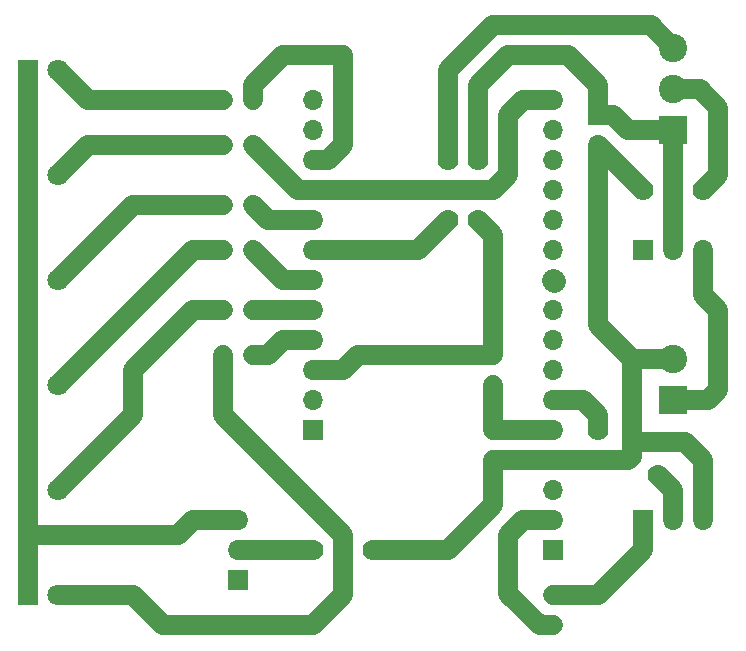
<source format=gbr>
G04 #@! TF.GenerationSoftware,KiCad,Pcbnew,5.1.5-52549c5~84~ubuntu18.04.1*
G04 #@! TF.CreationDate,2020-03-01T13:56:00-05:00*
G04 #@! TF.ProjectId,knuth-gateway,6b6e7574-682d-4676-9174-657761792e6b,rev?*
G04 #@! TF.SameCoordinates,Original*
G04 #@! TF.FileFunction,Copper,L2,Bot*
G04 #@! TF.FilePolarity,Positive*
%FSLAX46Y46*%
G04 Gerber Fmt 4.6, Leading zero omitted, Abs format (unit mm)*
G04 Created by KiCad (PCBNEW 5.1.5-52549c5~84~ubuntu18.04.1) date 2020-03-01 13:56:00*
%MOMM*%
%LPD*%
G04 APERTURE LIST*
%ADD10O,1.600000X1.600000*%
%ADD11C,1.600000*%
%ADD12O,1.700000X1.700000*%
%ADD13R,1.700000X1.700000*%
%ADD14R,2.400000X2.400000*%
%ADD15C,2.400000*%
%ADD16C,1.800000*%
%ADD17R,1.800000X1.800000*%
%ADD18C,1.778000*%
%ADD19C,1.700000*%
%ADD20C,1.905000*%
G04 APERTURE END LIST*
D10*
X49530000Y-54610000D03*
D11*
X49530000Y-57150000D03*
D12*
X22860000Y-48260000D03*
X22860000Y-50800000D03*
D13*
X22860000Y-53340000D03*
X57150000Y-48260000D03*
D12*
X59690000Y-48260000D03*
X62230000Y-48260000D03*
D14*
X59690000Y-38100000D03*
D15*
X59690000Y-34600000D03*
D10*
X44450000Y-43180000D03*
D11*
X44450000Y-40640000D03*
D10*
X44450000Y-36830000D03*
D11*
X44450000Y-34290000D03*
D10*
X21590000Y-12700000D03*
D11*
X24130000Y-12700000D03*
D10*
X21590000Y-16510000D03*
D11*
X24130000Y-16510000D03*
D10*
X21590000Y-21590000D03*
D11*
X24130000Y-21590000D03*
D10*
X21590000Y-25400000D03*
D11*
X24130000Y-25400000D03*
D10*
X21590000Y-34290000D03*
D11*
X24130000Y-34290000D03*
D10*
X21590000Y-30480000D03*
D11*
X24130000Y-30480000D03*
D13*
X49530000Y-50800000D03*
D12*
X49530000Y-48260000D03*
X49530000Y-45720000D03*
X49530000Y-43180000D03*
X49530000Y-40640000D03*
X49530000Y-38100000D03*
X49530000Y-35560000D03*
X49530000Y-33020000D03*
X49530000Y-30480000D03*
X49530000Y-27940000D03*
X49530000Y-25400000D03*
X49530000Y-22860000D03*
X49530000Y-20320000D03*
X49530000Y-17780000D03*
X49530000Y-15240000D03*
X49530000Y-12700000D03*
D13*
X29210000Y-40640000D03*
D12*
X29210000Y-38100000D03*
X29210000Y-35560000D03*
X29210000Y-33020000D03*
X29210000Y-30480000D03*
X29210000Y-27940000D03*
X29210000Y-25400000D03*
X29210000Y-22860000D03*
X29210000Y-20320000D03*
X29210000Y-17780000D03*
X29210000Y-15240000D03*
X29210000Y-12700000D03*
D16*
X7620000Y-54610000D03*
D17*
X5080000Y-54610000D03*
X5080000Y-45720000D03*
D16*
X7620000Y-45720000D03*
X7620000Y-36830000D03*
D17*
X5080000Y-36830000D03*
X5080000Y-27940000D03*
D16*
X7620000Y-27940000D03*
X7620000Y-19050000D03*
D17*
X5080000Y-19050000D03*
X5080000Y-10160000D03*
D16*
X7620000Y-10160000D03*
D12*
X53340000Y-16510000D03*
D13*
X53340000Y-13970000D03*
D15*
X59690000Y-8240000D03*
X59690000Y-11740000D03*
D14*
X59690000Y-15240000D03*
D13*
X57150000Y-25400000D03*
D12*
X59690000Y-25400000D03*
X62230000Y-25400000D03*
D18*
X62230000Y-20320000D03*
X57150000Y-20320000D03*
X34290000Y-50800000D03*
X29210000Y-50800000D03*
X40640000Y-22860000D03*
X40640000Y-17780000D03*
X43180000Y-22860000D03*
X43180000Y-17780000D03*
X58420000Y-44450000D03*
X53340000Y-40640000D03*
D19*
X49530000Y-43180000D02*
X55570000Y-43180000D01*
X61920000Y-11740000D02*
X59690000Y-11740000D01*
X63500000Y-13320000D02*
X61920000Y-11740000D01*
X63500000Y-19050000D02*
X62230000Y-20320000D01*
X63500000Y-13320000D02*
X63500000Y-19050000D01*
X56190000Y-34600000D02*
X59690000Y-34600000D01*
X56190000Y-42870000D02*
X55880000Y-43180000D01*
X55570000Y-43180000D02*
X55880000Y-43180000D01*
X49530000Y-43180000D02*
X44450000Y-43180000D01*
X44450000Y-43180000D02*
X44450000Y-46990000D01*
X44450000Y-46990000D02*
X40640000Y-50800000D01*
X40640000Y-50800000D02*
X34290000Y-50800000D01*
X22860000Y-50800000D02*
X29210000Y-50800000D01*
X56190000Y-41600000D02*
X60650000Y-41600000D01*
X56190000Y-41600000D02*
X56190000Y-42870000D01*
X56190000Y-34600000D02*
X56190000Y-41600000D01*
X53340000Y-31750000D02*
X56190000Y-34600000D01*
X53340000Y-16510000D02*
X57150000Y-20320000D01*
X53340000Y-16510000D02*
X53340000Y-31750000D01*
X62230000Y-47057919D02*
X62230000Y-48260000D01*
X62230000Y-43180000D02*
X62230000Y-47057919D01*
X60650000Y-41600000D02*
X62230000Y-43180000D01*
X57800000Y-6350000D02*
X59690000Y-8240000D01*
X44450000Y-6350000D02*
X57800000Y-6350000D01*
X44450000Y-6350000D02*
X43180000Y-7620000D01*
X43180000Y-7620000D02*
X40640000Y-10160000D01*
X40640000Y-10160000D02*
X40640000Y-17780000D01*
X38100000Y-25400000D02*
X40640000Y-22860000D01*
X29210000Y-25400000D02*
X38100000Y-25400000D01*
D20*
X49606200Y-28016200D02*
X49530000Y-27940000D01*
D19*
X29210000Y-30480000D02*
X25400000Y-30480000D01*
X25400000Y-30480000D02*
X24130000Y-30480000D01*
X27940000Y-20320000D02*
X24130000Y-16510000D01*
X29210000Y-20320000D02*
X27940000Y-20320000D01*
X39370000Y-20320000D02*
X29210000Y-20320000D01*
X45720000Y-13970000D02*
X45720000Y-19050000D01*
X44450000Y-20320000D02*
X39370000Y-20320000D01*
X49530000Y-12700000D02*
X46990000Y-12700000D01*
X45720000Y-19050000D02*
X44450000Y-20320000D01*
X46990000Y-12700000D02*
X45720000Y-13970000D01*
X63500000Y-37190000D02*
X62590000Y-38100000D01*
X63500000Y-30480000D02*
X63500000Y-37190000D01*
X62230000Y-29210000D02*
X63500000Y-30480000D01*
X62590000Y-38100000D02*
X59690000Y-38100000D01*
X62230000Y-25400000D02*
X62230000Y-29210000D01*
X29210000Y-33020000D02*
X26670000Y-33020000D01*
X25400000Y-34290000D02*
X24130000Y-34290000D01*
X26670000Y-33020000D02*
X25400000Y-34290000D01*
X26670000Y-27940000D02*
X24130000Y-25400000D01*
X29210000Y-27940000D02*
X26670000Y-27940000D01*
X25400000Y-22860000D02*
X24130000Y-21590000D01*
X29210000Y-22860000D02*
X25400000Y-22860000D01*
X24130000Y-11430000D02*
X24130000Y-12700000D01*
X26670000Y-8890000D02*
X24130000Y-11430000D01*
X26670000Y-8890000D02*
X31750000Y-8890000D01*
X30412081Y-17780000D02*
X31750000Y-16442081D01*
X29210000Y-17780000D02*
X30412081Y-17780000D01*
X31750000Y-16442081D02*
X31750000Y-8890000D01*
X31750000Y-35560000D02*
X29210000Y-35560000D01*
X59690000Y-15240000D02*
X59690000Y-25400000D01*
X33020000Y-34290000D02*
X31750000Y-35560000D01*
X44450000Y-34290000D02*
X33020000Y-34290000D01*
X44450000Y-34290000D02*
X44450000Y-24130000D01*
X44450000Y-24130000D02*
X43180000Y-22860000D01*
X53340000Y-11420000D02*
X53330000Y-11420000D01*
X53330000Y-11420000D02*
X52709990Y-10799990D01*
X52709990Y-10799990D02*
X50800000Y-8890000D01*
X50800000Y-8890000D02*
X45720000Y-8890000D01*
X45720000Y-8890000D02*
X43180000Y-11430000D01*
X43180000Y-11430000D02*
X43180000Y-17780000D01*
X55880000Y-15240000D02*
X54610000Y-13970000D01*
X59690000Y-15240000D02*
X55880000Y-15240000D01*
X54610000Y-13970000D02*
X53340000Y-13970000D01*
X53340000Y-13970000D02*
X53340000Y-11420000D01*
X48398630Y-57150000D02*
X45720000Y-54471370D01*
X49530000Y-57150000D02*
X48398630Y-57150000D01*
X45720000Y-54471370D02*
X45720000Y-49530000D01*
X46990000Y-48260000D02*
X49530000Y-48260000D01*
X45720000Y-49530000D02*
X46990000Y-48260000D01*
X49530000Y-40640000D02*
X44450000Y-40640000D01*
X44450000Y-40640000D02*
X44450000Y-36830000D01*
X49530000Y-38100000D02*
X52070000Y-38100000D01*
X52070000Y-38100000D02*
X53340000Y-39370000D01*
X53340000Y-39370000D02*
X53340000Y-40640000D01*
X59690000Y-45720000D02*
X58420000Y-44450000D01*
X59690000Y-48260000D02*
X59690000Y-45720000D01*
X13970000Y-54610000D02*
X16510000Y-57150000D01*
X7620000Y-54610000D02*
X13970000Y-54610000D01*
X29210000Y-57150000D02*
X31750000Y-54610000D01*
X16510000Y-57150000D02*
X29210000Y-57150000D01*
X21590000Y-39370000D02*
X21590000Y-34290000D01*
X31750000Y-54610000D02*
X31750000Y-49530000D01*
X31750000Y-49530000D02*
X21590000Y-39370000D01*
X21590000Y-30480000D02*
X19050000Y-30480000D01*
X7620000Y-45720000D02*
X13970000Y-39370000D01*
X13970000Y-35560000D02*
X19050000Y-30480000D01*
X13970000Y-39370000D02*
X13970000Y-35560000D01*
X21590000Y-25400000D02*
X19050000Y-25400000D01*
X19050000Y-25400000D02*
X7620000Y-36830000D01*
X13970000Y-21590000D02*
X7620000Y-27940000D01*
X21590000Y-21590000D02*
X13970000Y-21590000D01*
X10160000Y-16510000D02*
X7620000Y-19050000D01*
X21590000Y-16510000D02*
X10160000Y-16510000D01*
X10160000Y-12700000D02*
X7620000Y-10160000D01*
X21590000Y-12700000D02*
X10160000Y-12700000D01*
X5080000Y-54610000D02*
X5080000Y-49530000D01*
X5080000Y-49530000D02*
X5080000Y-45720000D01*
X5080000Y-45720000D02*
X5080000Y-36830000D01*
X5080000Y-27940000D02*
X5080000Y-36830000D01*
X5080000Y-27940000D02*
X5080000Y-19050000D01*
X5080000Y-19050000D02*
X5080000Y-10160000D01*
X19050000Y-48260000D02*
X22860000Y-48260000D01*
X5080000Y-49530000D02*
X17780000Y-49530000D01*
X17780000Y-49530000D02*
X19050000Y-48260000D01*
X57150000Y-50800000D02*
X57150000Y-48260000D01*
X49530000Y-54610000D02*
X53340000Y-54610000D01*
X53340000Y-54610000D02*
X57150000Y-50800000D01*
M02*

</source>
